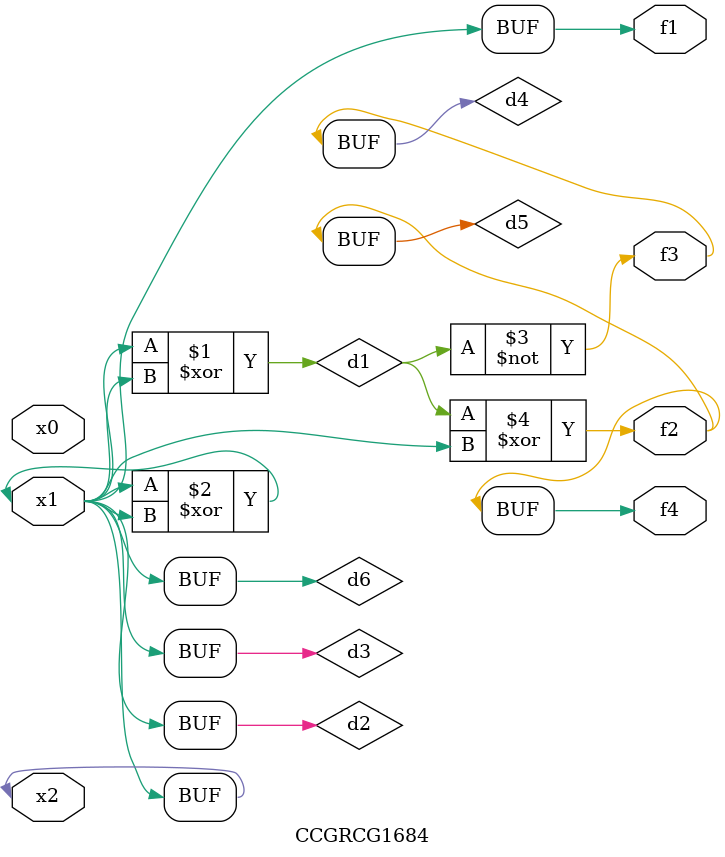
<source format=v>
module CCGRCG1684(
	input x0, x1, x2,
	output f1, f2, f3, f4
);

	wire d1, d2, d3, d4, d5, d6;

	xor (d1, x1, x2);
	buf (d2, x1, x2);
	xor (d3, x1, x2);
	nor (d4, d1);
	xor (d5, d1, d2);
	buf (d6, d2, d3);
	assign f1 = d6;
	assign f2 = d5;
	assign f3 = d4;
	assign f4 = d5;
endmodule

</source>
